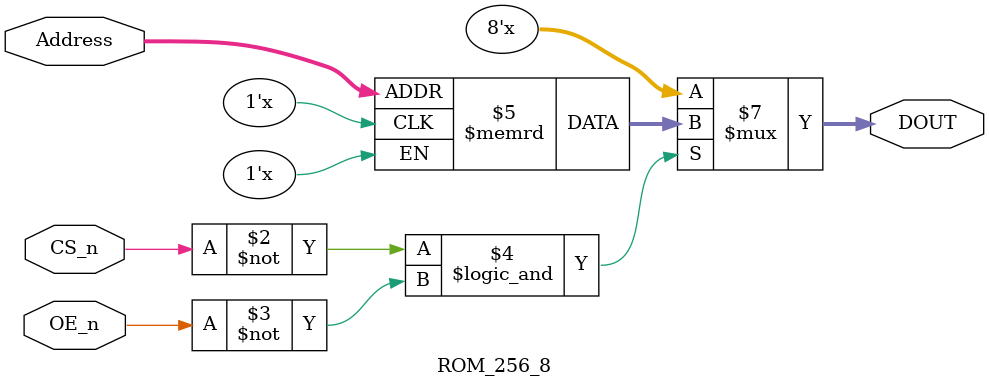
<source format=v>
module ROM_256_8(CS_n,OE_n,Address,DOUT);
    parameter WORD_SIZE=8;
    parameter WORD_NUMBER=256;
    parameter Address_SIZE=8;
    input CS_n;
    input OE_n;
    input [Address_SIZE-1:0] Address;
    output [WORD_SIZE-1:0] DOUT;
    
    reg [WORD_SIZE-1:0] DOUT;
    reg [WORD_SIZE-1:0] ROM [0:WORD_NUMBER-1];
    
    always @(OE_n)
        if((CS_n==1'b0)&&(OE_n==1'b0))//¶ÁÊý¾Ý
                DOUT<= ROM[Address];            
        else 
                DOUT<= 8'bz;
endmodule

</source>
